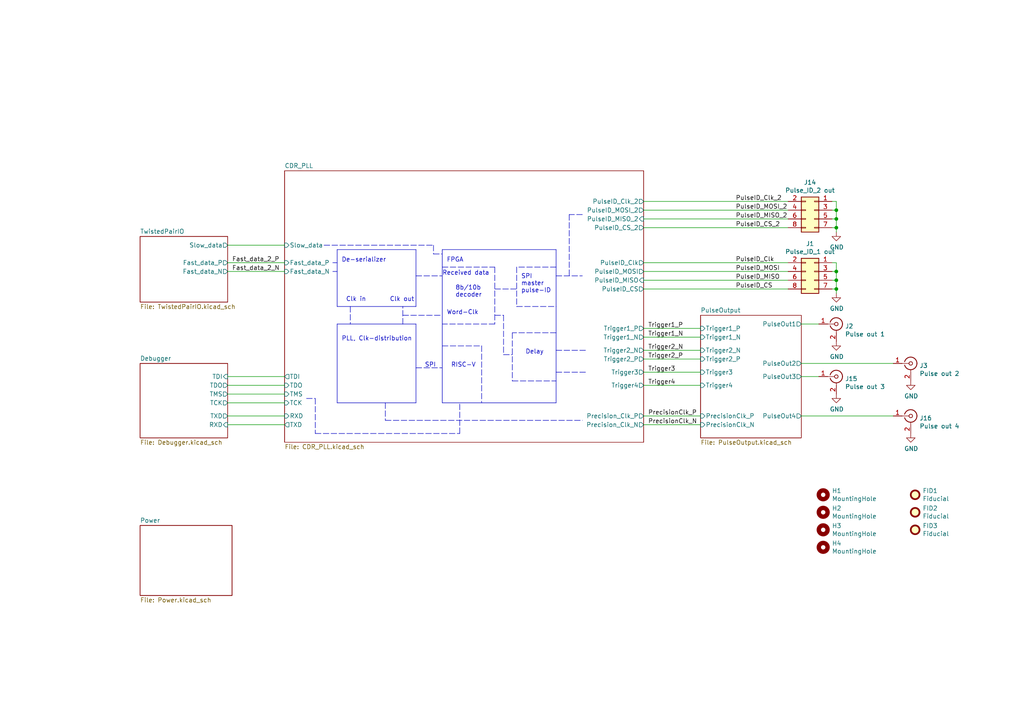
<source format=kicad_sch>
(kicad_sch (version 20250114) (generator "eeschema") (generator_version "9.0")
  (paper "A4")
  (title_block (title "TDS Receiver - Overview") (date "2025-02-17") (company "(c) 2025 ETH Zurich, Y. Acremann") (comment 1 "License: GNU public license v. 3.0"))
  (lib_symbols
    (symbol "Connector:Conn_Coaxial" (pin_names (offset 1.016) (hide yes))
      (property "Reference" "J" (at 0.254 3.048 0))
      (property "Value" "Connector_Conn_Coaxial" (at 2.921 0 90))
      (symbol "Conn_Coaxial_0_1"
        (polyline (pts (xy -2.54 0) (xy -0.508 0)))
        (arc (start 1.778 0) (mid 0.222 -1.8079) (end -1.778 -0.508) (stroke (width 0.254)))
        (arc (start -1.778 0.508) (mid 0.2221 1.8084) (end 1.778 0) (stroke (width 0.254)))
        (circle (center 0 0) (radius 0.508) (stroke (width 0.2032)))
        (polyline (pts (xy 0 -2.54) (xy 0 -1.778)))
      )
      (symbol "Conn_Coaxial_1_1"
        (pin passive line (at -5.08 0 0) (length 2.54) (name "In") (number "1"))
        (pin passive line (at 0 -5.08 90) (length 2.54) (name "Ext") (number "2"))
      )
    )
    (symbol "Connector_Generic:Conn_02x04_Odd_Even" (pin_names (offset 1.016) (hide yes))
      (property "Reference" "J" (at 1.27 5.08 0))
      (property "Value" "Connector_Generic_Conn_02x04_Odd_Even" (at 1.27 -7.62 0))
      (symbol "Conn_02x04_Odd_Even_1_1"
        (rectangle (start -1.27 3.81) (end 3.81 -6.35) (stroke (width 0.254)) (fill (type background)))
        (rectangle (start -1.27 2.667) (end 0 2.413) (stroke (width 0.1524)))
        (rectangle (start -1.27 0.127) (end 0 -0.127) (stroke (width 0.1524)))
        (rectangle (start -1.27 -2.413) (end 0 -2.667) (stroke (width 0.1524)))
        (rectangle (start -1.27 -4.953) (end 0 -5.207) (stroke (width 0.1524)))
        (rectangle (start 3.81 2.667) (end 2.54 2.413) (stroke (width 0.1524)))
        (rectangle (start 3.81 0.127) (end 2.54 -0.127) (stroke (width 0.1524)))
        (rectangle (start 3.81 -2.413) (end 2.54 -2.667) (stroke (width 0.1524)))
        (rectangle (start 3.81 -4.953) (end 2.54 -5.207) (stroke (width 0.1524)))
        (pin passive line (at -5.08 2.54 0) (length 3.81) (name "Pin_1") (number "1"))
        (pin passive line (at -5.08 0 0) (length 3.81) (name "Pin_3") (number "3"))
        (pin passive line (at -5.08 -2.54 0) (length 3.81) (name "Pin_5") (number "5"))
        (pin passive line (at -5.08 -5.08 0) (length 3.81) (name "Pin_7") (number "7"))
        (pin passive line (at 7.62 2.54 180) (length 3.81) (name "Pin_2") (number "2"))
        (pin passive line (at 7.62 0 180) (length 3.81) (name "Pin_4") (number "4"))
        (pin passive line (at 7.62 -2.54 180) (length 3.81) (name "Pin_6") (number "6"))
        (pin passive line (at 7.62 -5.08 180) (length 3.81) (name "Pin_8") (number "8"))
      )
    )
    (symbol "Mechanical:Fiducial"
      (property "Reference" "FID" (at 0 5.08 0))
      (property "Value" "Mechanical_Fiducial" (at 0 3.175 0))
      (symbol "Fiducial_0_1"
        (circle (center 0 0) (radius 1.27) (stroke (width 0.508)) (fill (type background)))
      )
    )
    (symbol "Mechanical:MountingHole" (pin_names (offset 1.016))
      (property "Reference" "H" (at 0 5.08 0))
      (property "Value" "Mechanical_MountingHole" (at 0 3.175 0))
      (symbol "MountingHole_0_1"
        (circle (center 0 0) (radius 1.27) (stroke (width 1.27)))
      )
    )
    (symbol "power:GND" (power) (pin_names (offset 0))
      (property "Value" "power_GND" (at 0 -3.81 0))
      (symbol "GND_0_1"
        (polyline (pts (xy 0 0) (xy 0 -1.27) (xy 1.27 -1.27) (xy 0 -2.54) (xy -1.27 -1.27) (xy 0 -1.27)))
      )
      (symbol "GND_1_1"
        (pin power_in line (at 0 0 270) (length 0) (hide yes) (name "GND") (number "1"))
      )
    )
  )
  (text "Clk in" (at 100.33 87.63 0) (effects (font (size 1.27 1.27)) (justify left bottom)))
  (text "SPI\nmaster\npulse-ID" (at 151.13 85.09 0) (effects (font (size 1.27 1.27)) (justify left bottom)))
  (text "De-serializer" (at 99.06 76.2 0) (effects (font (size 1.27 1.27)) (justify left bottom)))
  (text "Delay" (at 152.4 102.87 0) (effects (font (size 1.27 1.27)) (justify left bottom)))
  (text "8b/10b\ndecoder" (at 132.08 86.36 0) (effects (font (size 1.27 1.27)) (justify left bottom)))
  (text "PLL, Clk-distribution" (at 99.06 99.06 0) (effects (font (size 1.27 1.27)) (justify left bottom)))
  (text "Word-Clk" (at 129.54 91.44 0) (effects (font (size 1.27 1.27)) (justify left bottom)))
  (text "SPI" (at 123.19 106.68 0) (effects (font (size 1.27 1.27)) (justify left bottom)))
  (text "Received data" (at 128.27 80.01 0) (effects (font (size 1.27 1.27)) (justify left bottom)))
  (text "Clk out" (at 113.03 87.63 0) (effects (font (size 1.27 1.27)) (justify left bottom)))
  (text "RISC-V" (at 130.81 106.68 0) (effects (font (size 1.27 1.27)) (justify left bottom)))
  (text "FPGA" (at 129.54 76.2 0) (effects (font (size 1.27 1.27)) (justify left bottom)))
  (junction (at 242.57 66.04))
  (junction (at 242.57 60.96))
  (junction (at 242.57 78.74))
  (junction (at 242.57 81.28))
  (junction (at 242.57 63.5))
  (junction (at 242.57 83.82))
  (polyline (pts (xy 91.44 115.57) (xy 91.44 125.73)) (stroke (width 0) (type dash)))
  (wire (pts (xy 66.04 120.65) (xy 82.55 120.65)))
  (polyline (pts (xy 161.29 116.84) (xy 161.29 72.39)) (stroke (width 0) (type solid)))
  (polyline (pts (xy 139.7 100.33) (xy 139.7 116.84)) (stroke (width 0) (type dash)))
  (polyline (pts (xy 111.76 116.84) (xy 111.76 121.92)) (stroke (width 0) (type dash)))
  (wire (pts (xy 203.2 123.19) (xy 186.69 123.19)))
  (wire (pts (xy 242.57 63.5) (xy 242.57 66.04)))
  (wire (pts (xy 242.57 60.96) (xy 242.57 63.5)))
  (polyline (pts (xy 120.65 116.84) (xy 97.79 116.84)) (stroke (width 0) (type solid)))
  (polyline (pts (xy 133.35 125.73) (xy 133.35 116.84)) (stroke (width 0) (type dash)))
  (polyline (pts (xy 116.84 91.44) (xy 128.27 91.44)) (stroke (width 0) (type dash)))
  (wire (pts (xy 241.3 76.2) (xy 242.57 76.2)))
  (wire (pts (xy 228.6 83.82) (xy 186.69 83.82)))
  (wire (pts (xy 186.69 58.42) (xy 228.6 58.42)))
  (polyline (pts (xy 120.65 88.9) (xy 97.79 88.9)) (stroke (width 0) (type solid)))
  (polyline (pts (xy 149.86 77.47) (xy 149.86 88.9)) (stroke (width 0) (type dash)))
  (wire (pts (xy 232.41 120.65) (xy 259.08 120.65)))
  (wire (pts (xy 237.49 93.98) (xy 232.41 93.98)))
  (polyline (pts (xy 161.29 101.6) (xy 170.18 101.6)) (stroke (width 0) (type dash)))
  (polyline (pts (xy 148.59 110.49) (xy 161.29 110.49)) (stroke (width 0) (type dash)))
  (wire (pts (xy 66.04 116.84) (xy 82.55 116.84)))
  (polyline (pts (xy 125.73 73.66) (xy 128.27 73.66)) (stroke (width 0) (type dash)))
  (wire (pts (xy 228.6 78.74) (xy 186.69 78.74)))
  (wire (pts (xy 66.04 71.12) (xy 82.55 71.12)))
  (polyline (pts (xy 161.29 107.95) (xy 170.18 107.95)) (stroke (width 0) (type dash)))
  (polyline (pts (xy 120.65 106.68) (xy 128.27 106.68)) (stroke (width 0) (type dash)))
  (wire (pts (xy 241.3 58.42) (xy 242.57 58.42)))
  (polyline (pts (xy 97.79 88.9) (xy 97.79 72.39)) (stroke (width 0) (type solid)))
  (wire (pts (xy 232.41 105.41) (xy 259.08 105.41)))
  (polyline (pts (xy 120.65 72.39) (xy 120.65 88.9)) (stroke (width 0) (type solid)))
  (wire (pts (xy 66.04 111.76) (xy 82.55 111.76)))
  (polyline (pts (xy 125.73 71.12) (xy 125.73 73.66)) (stroke (width 0) (type dash)))
  (polyline (pts (xy 116.84 93.98) (xy 116.84 88.9)) (stroke (width 0) (type dash)))
  (polyline (pts (xy 143.51 93.98) (xy 128.27 93.98)) (stroke (width 0) (type dash)))
  (polyline (pts (xy 111.76 121.92) (xy 168.91 121.92)) (stroke (width 0) (type dash)))
  (wire (pts (xy 241.3 60.96) (xy 242.57 60.96)))
  (polyline (pts (xy 161.29 80.01) (xy 168.91 80.01)) (stroke (width 0) (type dash)))
  (polyline (pts (xy 161.29 72.39) (xy 128.27 72.39)) (stroke (width 0) (type solid)))
  (polyline (pts (xy 143.51 77.47) (xy 143.51 93.98)) (stroke (width 0) (type dash)))
  (wire (pts (xy 237.49 109.22) (xy 232.41 109.22)))
  (polyline (pts (xy 168.91 62.23) (xy 165.1 62.23)) (stroke (width 0) (type dash)))
  (polyline (pts (xy 146.05 102.87) (xy 148.59 102.87)) (stroke (width 0) (type dash)))
  (wire (pts (xy 66.04 78.74) (xy 82.55 78.74)))
  (polyline (pts (xy 97.79 93.98) (xy 120.65 93.98)) (stroke (width 0) (type solid)))
  (wire (pts (xy 228.6 66.04) (xy 186.69 66.04)))
  (wire (pts (xy 186.69 120.65) (xy 203.2 120.65)))
  (wire (pts (xy 242.57 83.82) (xy 241.3 83.82)))
  (wire (pts (xy 241.3 81.28) (xy 242.57 81.28)))
  (polyline (pts (xy 97.79 72.39) (xy 120.65 72.39)) (stroke (width 0) (type solid)))
  (wire (pts (xy 242.57 85.09) (xy 242.57 83.82)))
  (polyline (pts (xy 88.9 115.57) (xy 91.44 115.57)) (stroke (width 0) (type dash)))
  (wire (pts (xy 186.69 81.28) (xy 228.6 81.28)))
  (polyline (pts (xy 97.79 116.84) (xy 97.79 93.98)) (stroke (width 0) (type solid)))
  (polyline (pts (xy 120.65 93.98) (xy 120.65 116.84)) (stroke (width 0) (type solid)))
  (polyline (pts (xy 143.51 91.44) (xy 146.05 91.44)) (stroke (width 0) (type dash)))
  (wire (pts (xy 241.3 78.74) (xy 242.57 78.74)))
  (wire (pts (xy 242.57 78.74) (xy 242.57 81.28)))
  (wire (pts (xy 186.69 97.79) (xy 203.2 97.79)))
  (polyline (pts (xy 146.05 91.44) (xy 146.05 102.87)) (stroke (width 0) (type dash)))
  (wire (pts (xy 203.2 111.76) (xy 186.69 111.76)))
  (wire (pts (xy 242.57 76.2) (xy 242.57 78.74)))
  (polyline (pts (xy 101.6 88.9) (xy 101.6 93.98)) (stroke (width 0) (type dash)))
  (wire (pts (xy 186.69 63.5) (xy 228.6 63.5)))
  (wire (pts (xy 228.6 60.96) (xy 186.69 60.96)))
  (wire (pts (xy 66.04 109.22) (xy 82.55 109.22)))
  (wire (pts (xy 66.04 76.2) (xy 82.55 76.2)))
  (wire (pts (xy 242.57 67.31) (xy 242.57 66.04)))
  (polyline (pts (xy 161.29 77.47) (xy 149.86 77.47)) (stroke (width 0) (type dash)))
  (polyline (pts (xy 120.65 80.01) (xy 128.27 80.01)) (stroke (width 0) (type dash)))
  (polyline (pts (xy 149.86 88.9) (xy 161.29 88.9)) (stroke (width 0) (type dash)))
  (wire (pts (xy 66.04 123.19) (xy 82.55 123.19)))
  (polyline (pts (xy 128.27 116.84) (xy 161.29 116.84)) (stroke (width 0) (type solid)))
  (polyline (pts (xy 165.1 62.23) (xy 165.1 80.01)) (stroke (width 0) (type dash)))
  (polyline (pts (xy 161.29 96.52) (xy 148.59 96.52)) (stroke (width 0) (type dash)))
  (wire (pts (xy 186.69 107.95) (xy 203.2 107.95)))
  (wire (pts (xy 203.2 104.14) (xy 186.69 104.14)))
  (wire (pts (xy 242.57 66.04) (xy 241.3 66.04)))
  (polyline (pts (xy 93.98 71.12) (xy 125.73 71.12)) (stroke (width 0) (type dash)))
  (polyline (pts (xy 96.52 78.74) (xy 97.79 78.74)) (stroke (width 0) (type dash)))
  (polyline (pts (xy 128.27 100.33) (xy 139.7 100.33)) (stroke (width 0) (type dash)))
  (wire (pts (xy 186.69 76.2) (xy 228.6 76.2)))
  (wire (pts (xy 66.04 114.3) (xy 82.55 114.3)))
  (polyline (pts (xy 91.44 125.73) (xy 133.35 125.73)) (stroke (width 0) (type dash)))
  (wire (pts (xy 241.3 63.5) (xy 242.57 63.5)))
  (wire (pts (xy 242.57 58.42) (xy 242.57 60.96)))
  (wire (pts (xy 242.57 81.28) (xy 242.57 83.82)))
  (polyline (pts (xy 128.27 72.39) (xy 128.27 116.84)) (stroke (width 0) (type solid)))
  (polyline (pts (xy 148.59 96.52) (xy 148.59 110.49)) (stroke (width 0) (type dash)))
  (polyline (pts (xy 128.27 77.47) (xy 143.51 77.47)) (stroke (width 0) (type dash)))
  (polyline (pts (xy 96.52 76.2) (xy 97.79 76.2)) (stroke (width 0) (type dash)))
  (polyline (pts (xy 143.51 83.82) (xy 149.86 83.82)) (stroke (width 0) (type dash)))
  (wire (pts (xy 186.69 101.6) (xy 203.2 101.6)))
  (wire (pts (xy 186.69 95.25) (xy 203.2 95.25)))
  (label "PulseID_MISO_2" (at 213.36 63.5 0))
  (label "Trigger4" (at 187.96 111.76 0))
  (label "PrecisionClk_P" (at 187.96 120.65 0))
  (label "PulseID_Clk_2" (at 213.36 58.42 0))
  (label "PulseID_Clk" (at 213.36 76.2 0))
  (label "Trigger1_P" (at 187.96 95.25 0))
  (label "PulseID_CS" (at 213.36 83.82 0))
  (label "PulseID_MOSI_2" (at 213.36 60.96 0))
  (label "PulseID_MOSI" (at 213.36 78.74 0))
  (label "Trigger1_N" (at 187.96 97.79 0))
  (label "Fast_data_2_P" (at 67.31 76.2 0))
  (label "Trigger2_P" (at 187.96 104.14 0))
  (label "PulseID_CS_2" (at 213.36 66.04 0))
  (label "Trigger2_N" (at 187.96 101.6 0))
  (label "Trigger3" (at 187.96 107.95 0))
  (label "Fast_data_2_N" (at 67.31 78.74 0))
  (label "PulseID_MISO" (at 213.36 81.28 0))
  (label "PrecisionClk_N" (at 187.96 123.19 0))
  (symbol (lib_id "Connector:Conn_Coaxial") (at 242.57 93.98 0) (unit 1)
    (property "Reference" "J2" (at 245.11 94.615 0) (effects (justify left)))
    (property "Value" "Pulse out 1" (at 245.11 96.9264 0) (effects (justify left)))
    (property "Footprint" "Connector_Coaxial:SMA_Amphenol_132289_EdgeMount" (effects (hide yes)))
    (property "Datasheet" " ~" (effects (hide yes)))
  )
  (symbol (lib_id "Connector:Conn_Coaxial") (at 264.16 105.41 0) (unit 1)
    (property "Reference" "J3" (at 266.7 106.045 0) (effects (justify left)))
    (property "Value" "Pulse out 2" (at 266.7 108.3564 0) (effects (justify left)))
    (property "Footprint" "Connector_Coaxial:SMA_Amphenol_132289_EdgeMount" (effects (hide yes)))
    (property "Datasheet" " ~" (effects (hide yes)))
  )
  (symbol (lib_id "power:GND") (at 242.57 99.06 0) (unit 1)
    (property "Reference" "#PWR0102" (effects (hide yes)))
    (property "Value" "GND" (at 242.697 103.4542 0))
  )
  (symbol (lib_id "power:GND") (at 242.57 114.3 0) (unit 1)
    (property "Reference" "#PWR0104" (effects (hide yes)))
    (property "Value" "GND" (at 242.697 118.6942 0))
  )
  (symbol (lib_id "power:GND") (at 242.57 85.09 0) (unit 1)
    (property "Reference" "#PWR0118" (effects (hide yes)))
    (property "Value" "GND" (at 242.697 89.4842 0))
  )
  (symbol (lib_id "Connector_Generic:Conn_02x04_Odd_Even") (at 236.22 78.74 0) (mirror y) (unit 1)
    (property "Reference" "J1" (at 234.95 70.6882 0))
    (property "Value" "Pulse_ID_1 out" (at 234.95 72.9996 0))
    (property "Footprint" "Connector_PinHeader_2.54mm:PinHeader_2x04_P2.54mm_Vertical" (effects (hide yes)))
  )
  (symbol (lib_id "Mechanical:MountingHole") (at 238.76 143.51 0) (unit 1)
    (property "Reference" "H1" (at 241.3 142.3416 0) (effects (justify left)))
    (property "Value" "MountingHole" (at 241.3 144.653 0) (effects (justify left)))
    (property "Footprint" "MountingHole:MountingHole_2.7mm_M2.5" (effects (hide yes)))
  )
  (symbol (lib_id "Mechanical:MountingHole") (at 238.76 148.59 0) (unit 1)
    (property "Reference" "H2" (at 241.3 147.4216 0) (effects (justify left)))
    (property "Value" "MountingHole" (at 241.3 149.733 0) (effects (justify left)))
    (property "Footprint" "MountingHole:MountingHole_2.7mm_M2.5" (effects (hide yes)))
  )
  (symbol (lib_id "Mechanical:MountingHole") (at 238.76 153.67 0) (unit 1)
    (property "Reference" "H3" (at 241.3 152.5016 0) (effects (justify left)))
    (property "Value" "MountingHole" (at 241.3 154.813 0) (effects (justify left)))
    (property "Footprint" "MountingHole:MountingHole_2.7mm_M2.5" (effects (hide yes)))
  )
  (symbol (lib_id "Mechanical:MountingHole") (at 238.76 158.75 0) (unit 1)
    (property "Reference" "H4" (at 241.3 157.5816 0) (effects (justify left)))
    (property "Value" "MountingHole" (at 241.3 159.893 0) (effects (justify left)))
    (property "Footprint" "MountingHole:MountingHole_2.7mm_M2.5" (effects (hide yes)))
  )
  (symbol (lib_id "power:GND") (at 242.57 67.31 0) (unit 1)
    (property "Reference" "#PWR0276" (effects (hide yes)))
    (property "Value" "GND" (at 242.697 71.7042 0))
  )
  (symbol (lib_id "Connector_Generic:Conn_02x04_Odd_Even") (at 236.22 60.96 0) (mirror y) (unit 1)
    (property "Reference" "J14" (at 234.95 52.9082 0))
    (property "Value" "Pulse_ID_2 out" (at 234.95 55.2196 0))
    (property "Footprint" "Connector_PinHeader_2.54mm:PinHeader_2x04_P2.54mm_Vertical" (effects (hide yes)))
  )
  (symbol (lib_id "Connector:Conn_Coaxial") (at 242.57 109.22 0) (unit 1)
    (property "Reference" "J15" (at 245.11 109.855 0) (effects (justify left)))
    (property "Value" "Pulse out 3" (at 245.11 112.1664 0) (effects (justify left)))
    (property "Footprint" "Connector_Coaxial:SMA_Amphenol_132289_EdgeMount" (effects (hide yes)))
    (property "Datasheet" " ~" (effects (hide yes)))
  )
  (symbol (lib_id "Connector:Conn_Coaxial") (at 264.16 120.65 0) (unit 1)
    (property "Reference" "J16" (at 266.7 121.285 0) (effects (justify left)))
    (property "Value" "Pulse out 4" (at 266.7 123.5964 0) (effects (justify left)))
    (property "Footprint" "Connector_Coaxial:SMA_Amphenol_132289_EdgeMount" (effects (hide yes)))
    (property "Datasheet" " ~" (effects (hide yes)))
  )
  (symbol (lib_id "power:GND") (at 264.16 125.73 0) (unit 1)
    (property "Reference" "#PWR0296" (effects (hide yes)))
    (property "Value" "GND" (at 264.287 130.1242 0))
  )
  (symbol (lib_id "power:GND") (at 264.16 110.49 0) (unit 1)
    (property "Reference" "#PWR0297" (effects (hide yes)))
    (property "Value" "GND" (at 264.287 114.8842 0))
  )
  (symbol (lib_id "Mechanical:Fiducial") (at 265.43 143.51 0) (unit 1)
    (property "Reference" "FID1" (at 267.589 142.3416 0) (effects (justify left)))
    (property "Value" "Fiducial" (at 267.589 144.653 0) (effects (justify left)))
    (property "Footprint" "Fiducial:Fiducial_0.5mm_Mask1.5mm" (effects (hide yes)))
  )
  (symbol (lib_id "Mechanical:Fiducial") (at 265.43 148.59 0) (unit 1)
    (property "Reference" "FID2" (at 267.589 147.4216 0) (effects (justify left)))
    (property "Value" "Fiducial" (at 267.589 149.733 0) (effects (justify left)))
    (property "Footprint" "Fiducial:Fiducial_0.5mm_Mask1.5mm" (effects (hide yes)))
  )
  (symbol (lib_id "Mechanical:Fiducial") (at 265.43 153.67 0) (unit 1)
    (property "Reference" "FID3" (at 267.589 152.5016 0) (effects (justify left)))
    (property "Value" "Fiducial" (at 267.589 154.813 0) (effects (justify left)))
    (property "Footprint" "Fiducial:Fiducial_0.5mm_Mask1.5mm" (effects (hide yes)))
  )
  (sheet (at 40.64 68.58) (size 25.4 19.05)
    (property "Sheetname" "TwistedPairIO" (at 40.64 67.8684 0) (effects (justify left bottom)))
    (property "Sheetfile" "TwistedPairIO.kicad_sch" (at 40.64 88.2146 0) (effects (justify left top)))
    (pin "Fast_data_P" output (at 66.04 76.2 0))
    (pin "Fast_data_N" output (at 66.04 78.74 0))
    (pin "Slow_data" output (at 66.04 71.12 0))
  )
  (sheet (at 82.55 49.53) (size 104.14 78.74)
    (property "Sheetname" "CDR_PLL" (at 82.55 48.8184 0) (effects (justify left bottom)))
    (property "Sheetfile" "CDR_PLL.kicad_sch" (at 82.55 128.8546 0) (effects (justify left top)))
    (pin "Fast_data_P" input (at 82.55 76.2 180))
    (pin "Fast_data_N" input (at 82.55 78.74 180))
    (pin "Precision_Clk_P" output (at 186.69 120.65 0))
    (pin "Precision_Clk_N" output (at 186.69 123.19 0))
    (pin "PulseID_MOSI" output (at 186.69 78.74 0))
    (pin "PulseID_CS" output (at 186.69 83.82 0))
    (pin "Trigger1_P" output (at 186.69 95.25 0))
    (pin "Trigger1_N" output (at 186.69 97.79 0))
    (pin "TDI" output (at 82.55 109.22 180))
    (pin "TDO" input (at 82.55 111.76 180))
    (pin "TMS" input (at 82.55 114.3 180))
    (pin "TCK" input (at 82.55 116.84 180))
    (pin "RXD" input (at 82.55 120.65 180))
    (pin "TXD" output (at 82.55 123.19 180))
    (pin "Slow_data" input (at 82.55 71.12 180))
    (pin "PulseID_Clk" output (at 186.69 76.2 0))
    (pin "PulseID_MISO" input (at 186.69 81.28 0))
    (pin "PulseID_Clk_2" output (at 186.69 58.42 0))
    (pin "PulseID_MOSI_2" output (at 186.69 60.96 0))
    (pin "PulseID_MISO_2" input (at 186.69 63.5 0))
    (pin "PulseID_CS_2" output (at 186.69 66.04 0))
    (pin "Trigger3" output (at 186.69 107.95 0))
    (pin "Trigger4" output (at 186.69 111.76 0))
    (pin "Trigger2_N" output (at 186.69 101.6 0))
    (pin "Trigger2_P" output (at 186.69 104.14 0))
  )
  (sheet (at 203.2 91.44) (size 29.21 35.56)
    (property "Sheetname" "PulseOutput" (at 203.2 90.7284 0) (effects (justify left bottom)))
    (property "Sheetfile" "PulseOutput.kicad_sch" (at 203.2 127.5846 0) (effects (justify left top)))
    (pin "PulseOut1" output (at 232.41 93.98 0))
    (pin "PulseOut2" output (at 232.41 105.41 0))
    (pin "Trigger1_P" input (at 203.2 95.25 180))
    (pin "Trigger1_N" input (at 203.2 97.79 180))
    (pin "PrecisionClk_P" input (at 203.2 120.65 180))
    (pin "PrecisionClk_N" input (at 203.2 123.19 180))
    (pin "Trigger2_N" input (at 203.2 101.6 180))
    (pin "Trigger2_P" input (at 203.2 104.14 180))
    (pin "Trigger3" input (at 203.2 107.95 180))
    (pin "Trigger4" input (at 203.2 111.76 180))
    (pin "PulseOut3" output (at 232.41 109.22 0))
    (pin "PulseOut4" output (at 232.41 120.65 0))
  )
  (sheet (at 40.64 105.41) (size 25.4 21.59)
    (property "Sheetname" "Debugger" (at 40.64 104.6984 0) (effects (justify left bottom)))
    (property "Sheetfile" "Debugger.kicad_sch" (at 40.64 127.5846 0) (effects (justify left top)))
    (pin "RXD" input (at 66.04 123.19 0))
    (pin "TXD" output (at 66.04 120.65 0))
    (pin "TCK" output (at 66.04 116.84 0))
    (pin "TMS" output (at 66.04 114.3 0))
    (pin "TDO" output (at 66.04 111.76 0))
    (pin "TDI" input (at 66.04 109.22 0))
  )
  (sheet (at 40.64 152.4) (size 26.67 20.32)
    (property "Sheetname" "Power" (at 40.64 151.6884 0) (effects (justify left bottom)))
    (property "Sheetfile" "Power.kicad_sch" (at 40.64 173.3046 0) (effects (justify left top)))
  )
)
</source>
